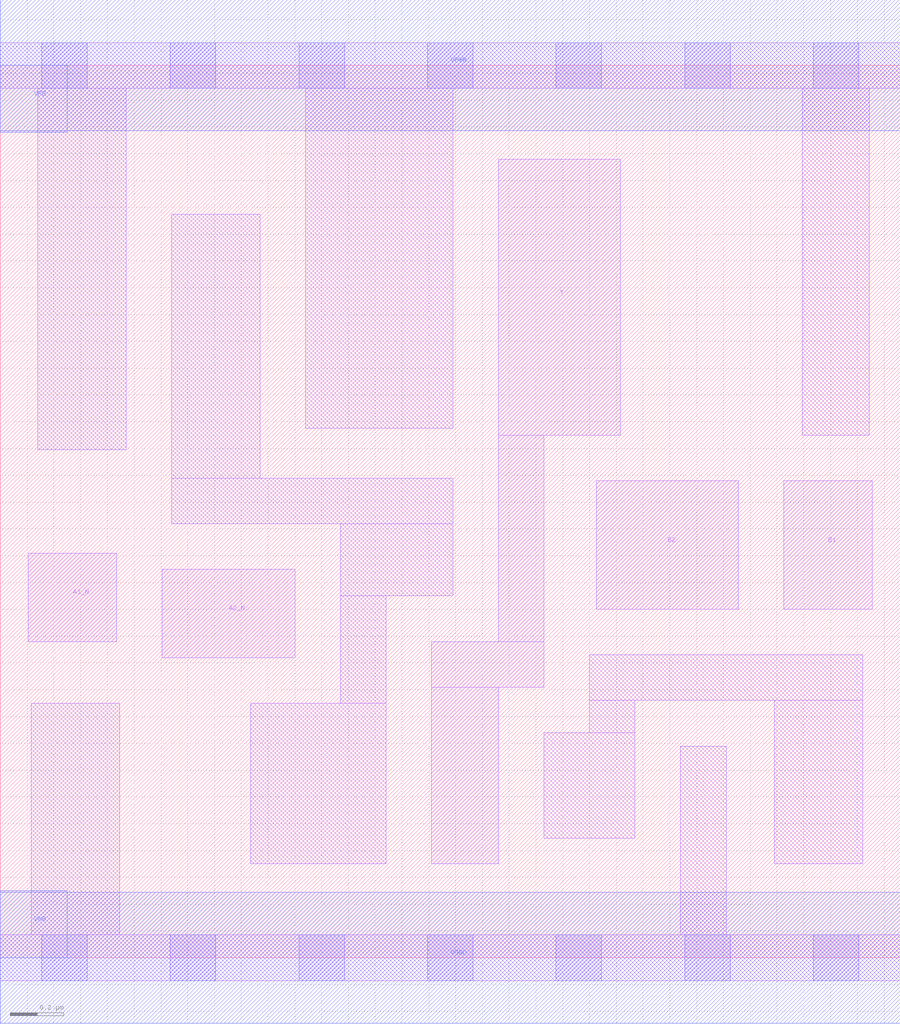
<source format=lef>
# Copyright 2020 The SkyWater PDK Authors
#
# Licensed under the Apache License, Version 2.0 (the "License");
# you may not use this file except in compliance with the License.
# You may obtain a copy of the License at
#
#     https://www.apache.org/licenses/LICENSE-2.0
#
# Unless required by applicable law or agreed to in writing, software
# distributed under the License is distributed on an "AS IS" BASIS,
# WITHOUT WARRANTIES OR CONDITIONS OF ANY KIND, either express or implied.
# See the License for the specific language governing permissions and
# limitations under the License.
#
# SPDX-License-Identifier: Apache-2.0

VERSION 5.5 ;
NAMESCASESENSITIVE ON ;
BUSBITCHARS "[]" ;
DIVIDERCHAR "/" ;
MACRO sky130_fd_sc_hs__o2bb2ai_1
  CLASS CORE ;
  SOURCE USER ;
  ORIGIN  0.000000  0.000000 ;
  SIZE  3.360000 BY  3.330000 ;
  SYMMETRY X Y ;
  SITE unit ;
  PIN A1_N
    ANTENNAGATEAREA  0.222000 ;
    DIRECTION INPUT ;
    USE SIGNAL ;
    PORT
      LAYER li1 ;
        RECT 0.105000 1.180000 0.435000 1.510000 ;
    END
  END A1_N
  PIN A2_N
    ANTENNAGATEAREA  0.222000 ;
    DIRECTION INPUT ;
    USE SIGNAL ;
    PORT
      LAYER li1 ;
        RECT 0.605000 1.120000 1.100000 1.450000 ;
    END
  END A2_N
  PIN B1
    ANTENNAGATEAREA  0.279000 ;
    DIRECTION INPUT ;
    USE SIGNAL ;
    PORT
      LAYER li1 ;
        RECT 2.925000 1.300000 3.255000 1.780000 ;
    END
  END B1
  PIN B2
    ANTENNAGATEAREA  0.279000 ;
    DIRECTION INPUT ;
    USE SIGNAL ;
    PORT
      LAYER li1 ;
        RECT 2.225000 1.300000 2.755000 1.780000 ;
    END
  END B2
  PIN Y
    ANTENNADIFFAREA  0.546900 ;
    DIRECTION OUTPUT ;
    USE SIGNAL ;
    PORT
      LAYER li1 ;
        RECT 1.610000 0.350000 1.860000 1.010000 ;
        RECT 1.610000 1.010000 2.030000 1.180000 ;
        RECT 1.860000 1.180000 2.030000 1.950000 ;
        RECT 1.860000 1.950000 2.315000 2.980000 ;
    END
  END Y
  PIN VGND
    DIRECTION INOUT ;
    USE GROUND ;
    PORT
      LAYER met1 ;
        RECT 0.000000 -0.245000 3.360000 0.245000 ;
    END
  END VGND
  PIN VNB
    DIRECTION INOUT ;
    USE GROUND ;
    PORT
    END
  END VNB
  PIN VPB
    DIRECTION INOUT ;
    USE POWER ;
    PORT
    END
  END VPB
  PIN VNB
    DIRECTION INOUT ;
    USE GROUND ;
    PORT
      LAYER met1 ;
        RECT 0.000000 0.000000 0.250000 0.250000 ;
    END
  END VNB
  PIN VPB
    DIRECTION INOUT ;
    USE POWER ;
    PORT
      LAYER met1 ;
        RECT 0.000000 3.080000 0.250000 3.330000 ;
    END
  END VPB
  PIN VPWR
    DIRECTION INOUT ;
    USE POWER ;
    PORT
      LAYER met1 ;
        RECT 0.000000 3.085000 3.360000 3.575000 ;
    END
  END VPWR
  OBS
    LAYER li1 ;
      RECT 0.000000 -0.085000 3.360000 0.085000 ;
      RECT 0.000000  3.245000 3.360000 3.415000 ;
      RECT 0.115000  0.085000 0.445000 0.950000 ;
      RECT 0.140000  1.895000 0.470000 3.245000 ;
      RECT 0.640000  1.620000 1.690000 1.790000 ;
      RECT 0.640000  1.790000 0.970000 2.775000 ;
      RECT 0.935000  0.350000 1.440000 0.950000 ;
      RECT 1.140000  1.975000 1.690000 3.245000 ;
      RECT 1.270000  0.950000 1.440000 1.350000 ;
      RECT 1.270000  1.350000 1.690000 1.620000 ;
      RECT 2.030000  0.445000 2.370000 0.840000 ;
      RECT 2.200000  0.840000 2.370000 0.960000 ;
      RECT 2.200000  0.960000 3.220000 1.130000 ;
      RECT 2.540000  0.085000 2.710000 0.790000 ;
      RECT 2.890000  0.350000 3.220000 0.960000 ;
      RECT 2.995000  1.950000 3.245000 3.245000 ;
    LAYER mcon ;
      RECT 0.155000 -0.085000 0.325000 0.085000 ;
      RECT 0.155000  3.245000 0.325000 3.415000 ;
      RECT 0.635000 -0.085000 0.805000 0.085000 ;
      RECT 0.635000  3.245000 0.805000 3.415000 ;
      RECT 1.115000 -0.085000 1.285000 0.085000 ;
      RECT 1.115000  3.245000 1.285000 3.415000 ;
      RECT 1.595000 -0.085000 1.765000 0.085000 ;
      RECT 1.595000  3.245000 1.765000 3.415000 ;
      RECT 2.075000 -0.085000 2.245000 0.085000 ;
      RECT 2.075000  3.245000 2.245000 3.415000 ;
      RECT 2.555000 -0.085000 2.725000 0.085000 ;
      RECT 2.555000  3.245000 2.725000 3.415000 ;
      RECT 3.035000 -0.085000 3.205000 0.085000 ;
      RECT 3.035000  3.245000 3.205000 3.415000 ;
  END
END sky130_fd_sc_hs__o2bb2ai_1
END LIBRARY

</source>
